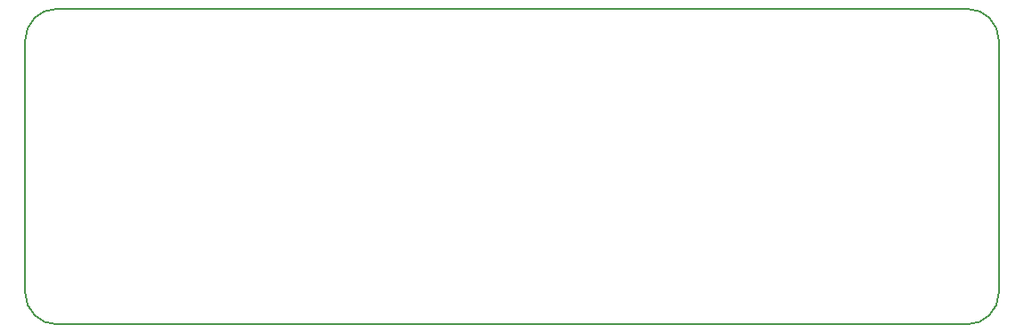
<source format=gm1>
G04 #@! TF.GenerationSoftware,KiCad,Pcbnew,(5.1.10)-1*
G04 #@! TF.CreationDate,2021-12-24T20:30:38+01:00*
G04 #@! TF.ProjectId,pi_power_hat,70695f70-6f77-4657-925f-6861742e6b69,1.0*
G04 #@! TF.SameCoordinates,Original*
G04 #@! TF.FileFunction,Profile,NP*
%FSLAX46Y46*%
G04 Gerber Fmt 4.6, Leading zero omitted, Abs format (unit mm)*
G04 Created by KiCad (PCBNEW (5.1.10)-1) date 2021-12-24 20:30:38*
%MOMM*%
%LPD*%
G01*
G04 APERTURE LIST*
G04 #@! TA.AperFunction,Profile*
%ADD10C,0.150000*%
G04 #@! TD*
G04 APERTURE END LIST*
D10*
X179032000Y-121068000D02*
X179532000Y-121068000D01*
X182532000Y-94068000D02*
X182532000Y-118068000D01*
X93032000Y-91068000D02*
X179532000Y-91068000D01*
X90032000Y-118068000D02*
X90032000Y-94068000D01*
X90032000Y-94068000D02*
G75*
G02*
X93032000Y-91068000I3000000J0D01*
G01*
X93032000Y-121068000D02*
G75*
G02*
X90032000Y-118068000I0J3000000D01*
G01*
X182532000Y-118068000D02*
G75*
G02*
X179532000Y-121068000I-3000000J0D01*
G01*
X179532000Y-91068000D02*
G75*
G02*
X182532000Y-94068000I0J-3000000D01*
G01*
X93032000Y-121068000D02*
X179032000Y-121068000D01*
M02*

</source>
